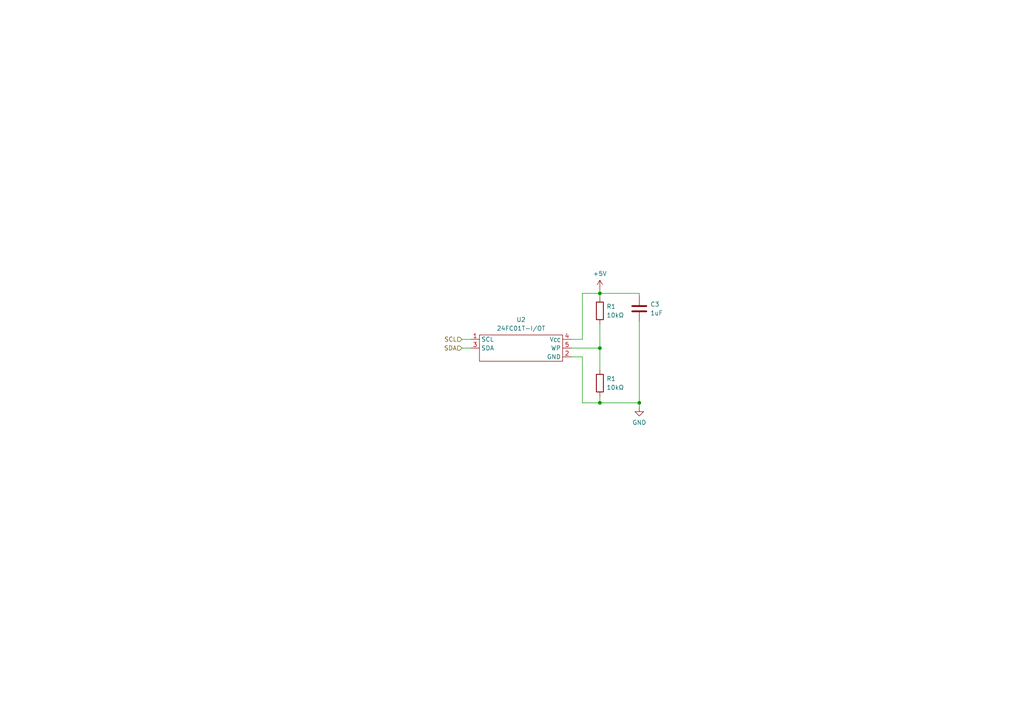
<source format=kicad_sch>
(kicad_sch (version 20230121) (generator eeschema)
  (paper "A4")
  (lib_symbols
    (symbol "Device:C" (pin_numbers hide) (pin_names (offset 0.254))
      (property "Reference" "C" (at 0.635 2.54 0))
      (property "Value" "C" (at 0.635 -2.54 0))
      (symbol "C_0_1"
        (polyline (pts (xy -2.032 -0.762) (xy 2.032 -0.762)) (stroke (width 0.508)))
        (polyline (pts (xy -2.032 0.762) (xy 2.032 0.762)) (stroke (width 0.508)))
      )
      (symbol "C_1_1"
        (pin passive line (at 0 3.81 270) (length 2.794) (name "~") (number "1"))
        (pin passive line (at 0 -3.81 90) (length 2.794) (name "~") (number "2"))
      )
    )
    (symbol "Device:R" (pin_numbers hide) (pin_names (offset 0))
      (property "Reference" "R" (at 2.032 0 90))
      (property "Value" "R" (at 0 0 90))
      (symbol "R_0_1"
        (rectangle (start -1.016 -2.54) (end 1.016 2.54) (stroke (width 0.254)))
      )
      (symbol "R_1_1"
        (pin passive line (at 0 3.81 270) (length 1.27) (name "~") (number "1"))
        (pin passive line (at 0 -3.81 90) (length 1.27) (name "~") (number "2"))
      )
    )
    (symbol "EEPROMI2C:24FC01T-IOT"
      (property "Reference" "U" (at 0 2.54 0))
      (property "Value" "24FC01T-I/OT" (at 0 0 0))
      (symbol "24FC01T-IOT_0_1"
        (rectangle (start -12.7 3.81) (end 11.43 -3.81))
      )
      (symbol "24FC01T-IOT_1_1"
        (pin input line (at -15.24 2.54 0) (length 2.54) (name "SCL") (number "1"))
        (pin input line (at 13.97 -2.54 180) (length 2.54) (name "GND") (number "2"))
        (pin input line (at -15.24 0 0) (length 2.54) (name "SDA") (number "3"))
        (pin input line (at 13.97 2.54 180) (length 2.54) (name "V_{CC}") (number "4"))
        (pin input line (at 13.97 0 180) (length 2.54) (name "WP") (number "5"))
      )
    )
    (symbol "power:+5V" (power) (pin_names (offset 0))
      (property "Value" "+5V" (at 0 3.556 0))
      (symbol "+5V_0_1"
        (polyline (pts (xy -0.762 1.27) (xy 0 2.54)))
        (polyline (pts (xy 0 0) (xy 0 2.54)))
        (polyline (pts (xy 0 2.54) (xy 0.762 1.27)))
      )
      (symbol "+5V_1_1"
        (pin power_in line (at 0 0 90) (length 0) hide (name "+5V") (number "1"))
      )
    )
    (symbol "power:GND" (power) (pin_names (offset 0))
      (property "Value" "GND" (at 0 -3.81 0))
      (symbol "GND_0_1"
        (polyline (pts (xy 0 0) (xy 0 -1.27) (xy 1.27 -1.27) (xy 0 -2.54) (xy -1.27 -1.27) (xy 0 -1.27)))
      )
      (symbol "GND_1_1"
        (pin power_in line (at 0 0 270) (length 0) hide (name "GND") (number "1"))
      )
    )
  )
  (junction (at 173.99 85.09))
  (junction (at 173.99 116.84))
  (junction (at 173.99 100.965))
  (junction (at 185.42 116.84))
  (wire (pts (xy 168.91 116.84) (xy 173.99 116.84)))
  (wire (pts (xy 173.99 85.09) (xy 185.42 85.09)))
  (wire (pts (xy 185.42 116.84) (xy 185.42 118.11)))
  (wire (pts (xy 173.99 116.84) (xy 185.42 116.84)))
  (wire (pts (xy 168.91 98.425) (xy 165.735 98.425)))
  (wire (pts (xy 185.42 93.345) (xy 185.42 116.84)))
  (wire (pts (xy 173.99 93.98) (xy 173.99 100.965)))
  (wire (pts (xy 173.99 114.935) (xy 173.99 116.84)))
  (wire (pts (xy 133.985 100.965) (xy 136.525 100.965)))
  (wire (pts (xy 168.91 103.505) (xy 168.91 116.84)))
  (wire (pts (xy 165.735 100.965) (xy 173.99 100.965)))
  (wire (pts (xy 165.735 103.505) (xy 168.91 103.505)))
  (wire (pts (xy 173.99 83.82) (xy 173.99 85.09)))
  (wire (pts (xy 133.985 98.425) (xy 136.525 98.425)))
  (wire (pts (xy 168.91 85.09) (xy 168.91 98.425)))
  (wire (pts (xy 185.42 85.09) (xy 185.42 85.725)))
  (wire (pts (xy 173.99 85.09) (xy 173.99 86.36)))
  (wire (pts (xy 173.99 85.09) (xy 168.91 85.09)))
  (wire (pts (xy 173.99 100.965) (xy 173.99 107.315)))
  (hierarchical_label "SCL" (shape input) (at 133.985 98.425 180))
  (hierarchical_label "SDA" (shape input) (at 133.985 100.965 180))
  (symbol (lib_id "Device:R") (at 173.99 111.125 180) (unit 1)
    (property "Reference" "R1" (at 175.895 109.855 0) (effects (justify right)))
    (property "Value" "10kΩ" (at 175.895 112.395 0) (effects (justify right)))
    (property "Footprint" "Resistor_SMD:R_0805_2012Metric" (effects hide))
    (instances (project "ADS1219Module" (path "" (reference "R1") (unit 1)) (path "" (reference "R21") (unit 1)) (path "" (reference "R13") (unit 1))))
  )
  (symbol (lib_id "Device:R") (at 173.99 90.17 180) (unit 1)
    (property "Reference" "R1" (at 175.895 88.9 0) (effects (justify right)))
    (property "Value" "10kΩ" (at 175.895 91.44 0) (effects (justify right)))
    (property "Footprint" "Resistor_SMD:R_0805_2012Metric" (effects hide))
    (instances (project "ADS1219Module" (path "" (reference "R1") (unit 1)) (path "" (reference "R21") (unit 1)) (path "" (reference "R12") (unit 1))))
  )
  (symbol (lib_id "power:GND") (at 185.42 118.11 0) (unit 1)
    (property "Reference" "#PWR044" (effects hide))
    (property "Value" "GND" (at 185.42 122.555 0))
    (instances (project "ADS1219Module" (path "" (reference "#PWR044") (unit 1)) (path "" (reference "#PWR023") (unit 1))))
  )
  (symbol (lib_id "power:+5V") (at 173.99 83.82 0) (unit 1)
    (property "Reference" "#PWR043" (effects hide))
    (property "Value" "+5V" (at 173.99 79.375 0))
    (instances (project "ADS1219Module" (path "" (reference "#PWR043") (unit 1)) (path "" (reference "#PWR021") (unit 1))))
  )
  (symbol (lib_id "Device:C") (at 185.42 89.535 0) (unit 1)
    (property "Reference" "C3" (at 188.595 88.265 0) (effects (justify left)))
    (property "Value" "1uF" (at 188.595 90.805 0) (effects (justify left)))
    (property "Footprint" "Capacitor_SMD:C_0805_2012Metric" (effects hide))
    (instances (project "ADS1219Module" (path "" (reference "C3") (unit 1)) (path "" (reference "C4") (unit 1))))
  )
  (symbol (lib_id "EEPROMI2C:24FC01T-IOT") (at 151.765 100.965 0) (unit 1)
    (property "Reference" "U2" (at 151.13 92.71 0))
    (property "Value" "24FC01T-I/OT" (at 151.13 95.25 0))
    (property "Footprint" "Package_TO_SOT_SMD:SOT-23-5" (effects hide))
  )
)
</source>
